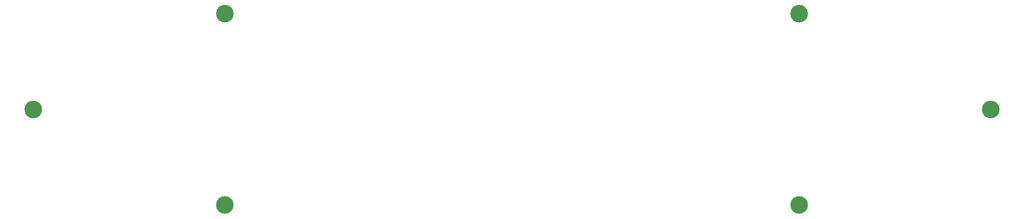
<source format=gbr>
G04 #@! TF.GenerationSoftware,KiCad,Pcbnew,(5.1.2-1)-1*
G04 #@! TF.CreationDate,2020-03-21T09:13:36-05:00*
G04 #@! TF.ProjectId,therick48_bottom_plate,74686572-6963-46b3-9438-5f626f74746f,rev?*
G04 #@! TF.SameCoordinates,Original*
G04 #@! TF.FileFunction,Copper,L1,Top*
G04 #@! TF.FilePolarity,Positive*
%FSLAX46Y46*%
G04 Gerber Fmt 4.6, Leading zero omitted, Abs format (unit mm)*
G04 Created by KiCad (PCBNEW (5.1.2-1)-1) date 2020-03-21 09:13:36*
%MOMM*%
%LPD*%
G04 APERTURE LIST*
%ADD10C,3.500000*%
G04 APERTURE END LIST*
D10*
X255360000Y-72960000D03*
X217360000Y-91960000D03*
X217360000Y-53960000D03*
X103360000Y-91960000D03*
X103360000Y-53975000D03*
X65360000Y-72960000D03*
M02*

</source>
